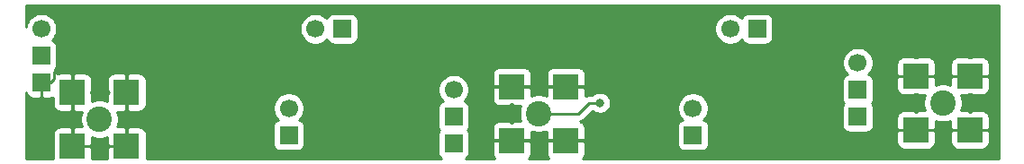
<source format=gbr>
G04 #@! TF.GenerationSoftware,KiCad,Pcbnew,(5.1.4)-1*
G04 #@! TF.CreationDate,2020-05-25T21:58:02+03:00*
G04 #@! TF.ProjectId,naa,6e61612e-6b69-4636-9164-5f7063625858,rev?*
G04 #@! TF.SameCoordinates,Original*
G04 #@! TF.FileFunction,Copper,L2,Bot*
G04 #@! TF.FilePolarity,Positive*
%FSLAX46Y46*%
G04 Gerber Fmt 4.6, Leading zero omitted, Abs format (unit mm)*
G04 Created by KiCad (PCBNEW (5.1.4)-1) date 2020-05-25 21:58:02*
%MOMM*%
%LPD*%
G04 APERTURE LIST*
%ADD10R,1.700000X1.700000*%
%ADD11C,1.700000*%
%ADD12R,2.400000X2.400000*%
%ADD13C,2.400000*%
%ADD14C,0.800000*%
%ADD15C,0.250000*%
G04 APERTURE END LIST*
D10*
X183790000Y-65750000D03*
D11*
X181250000Y-65750000D03*
D12*
X203790000Y-75290000D03*
X198710000Y-75290000D03*
D13*
X201250000Y-72750000D03*
D12*
X203790000Y-70210000D03*
X198710000Y-70210000D03*
X165790000Y-76290000D03*
X160710000Y-76290000D03*
D13*
X163250000Y-73750000D03*
D12*
X165790000Y-71210000D03*
X160710000Y-71210000D03*
D10*
X193250000Y-74040000D03*
X193250000Y-71500000D03*
D11*
X193250000Y-68960000D03*
D10*
X177750000Y-75790000D03*
D11*
X177750000Y-73250000D03*
D10*
X116500000Y-70830000D03*
X116500000Y-68290000D03*
D11*
X116500000Y-65750000D03*
D12*
X124500000Y-76830000D03*
X119420000Y-76830000D03*
D13*
X121960000Y-74290000D03*
D12*
X124500000Y-71750000D03*
X119420000Y-71750000D03*
D10*
X155250000Y-76580000D03*
X155250000Y-74040000D03*
D11*
X155250000Y-71500000D03*
D10*
X139750000Y-75790000D03*
D11*
X139750000Y-73250000D03*
D10*
X144790000Y-65750000D03*
D11*
X142250000Y-65750000D03*
D14*
X196000000Y-77750000D03*
X185750000Y-77750000D03*
X175250000Y-77750000D03*
X168000000Y-77750000D03*
X137250000Y-77750000D03*
X130000000Y-77750000D03*
X147750000Y-77750000D03*
X158000000Y-77750000D03*
X115750000Y-77750000D03*
X132750000Y-69750000D03*
X170250000Y-72000000D03*
X169000000Y-72750000D03*
D15*
X166500000Y-75250000D02*
X166250000Y-75250000D01*
X117350000Y-70830000D02*
X117680000Y-70500000D01*
X116250000Y-70830000D02*
X117350000Y-70830000D01*
X117680000Y-70500000D02*
X117680000Y-69820000D01*
X117680000Y-69820000D02*
X118000000Y-69500000D01*
X118000000Y-69500000D02*
X118500000Y-69500000D01*
X167000000Y-73750000D02*
X163250000Y-73750000D01*
X168000000Y-72750000D02*
X167000000Y-73750000D01*
X169000000Y-72750000D02*
X168000000Y-72750000D01*
G36*
X206475000Y-77975000D02*
G01*
X167384219Y-77975000D01*
X167434080Y-77934080D01*
X167512183Y-77838911D01*
X167570219Y-77730334D01*
X167605957Y-77612521D01*
X167618024Y-77490000D01*
X167615000Y-76471250D01*
X167458750Y-76315000D01*
X165815000Y-76315000D01*
X165815000Y-76335000D01*
X165765000Y-76335000D01*
X165765000Y-76315000D01*
X164121250Y-76315000D01*
X163965000Y-76471250D01*
X163961976Y-77490000D01*
X163974043Y-77612521D01*
X164009781Y-77730334D01*
X164067817Y-77838911D01*
X164145920Y-77934080D01*
X164195781Y-77975000D01*
X162304219Y-77975000D01*
X162354080Y-77934080D01*
X162432183Y-77838911D01*
X162490219Y-77730334D01*
X162525957Y-77612521D01*
X162538024Y-77490000D01*
X162535000Y-76471250D01*
X162378750Y-76315000D01*
X160735000Y-76315000D01*
X160735000Y-76335000D01*
X160685000Y-76335000D01*
X160685000Y-76315000D01*
X159041250Y-76315000D01*
X158885000Y-76471250D01*
X158881976Y-77490000D01*
X158894043Y-77612521D01*
X158929781Y-77730334D01*
X158987817Y-77838911D01*
X159065920Y-77934080D01*
X159115781Y-77975000D01*
X156406224Y-77975000D01*
X156448911Y-77952183D01*
X156544080Y-77874080D01*
X156622183Y-77778911D01*
X156680219Y-77670334D01*
X156715957Y-77552521D01*
X156728024Y-77430000D01*
X156728024Y-75730000D01*
X156715957Y-75607479D01*
X156680219Y-75489666D01*
X156622183Y-75381089D01*
X156563842Y-75310000D01*
X156622183Y-75238911D01*
X156680219Y-75130334D01*
X156715957Y-75012521D01*
X156728024Y-74890000D01*
X156728024Y-73190000D01*
X156715957Y-73067479D01*
X156680219Y-72949666D01*
X156622183Y-72841089D01*
X156544080Y-72745920D01*
X156448911Y-72667817D01*
X156340334Y-72609781D01*
X156252752Y-72583213D01*
X156395707Y-72440258D01*
X156415924Y-72410000D01*
X158881976Y-72410000D01*
X158894043Y-72532521D01*
X158929781Y-72650334D01*
X158987817Y-72758911D01*
X159065920Y-72854080D01*
X159161089Y-72932183D01*
X159269666Y-72990219D01*
X159387479Y-73025957D01*
X159510000Y-73038024D01*
X160528750Y-73035000D01*
X160685000Y-72878750D01*
X160685000Y-72875000D01*
X160735000Y-72875000D01*
X160735000Y-72878750D01*
X160891250Y-73035000D01*
X161569963Y-73037015D01*
X161495134Y-73217667D01*
X161425000Y-73570253D01*
X161425000Y-73929747D01*
X161495134Y-74282333D01*
X161569963Y-74462985D01*
X160891250Y-74465000D01*
X160735000Y-74621250D01*
X160735000Y-74625000D01*
X160685000Y-74625000D01*
X160685000Y-74621250D01*
X160528750Y-74465000D01*
X159510000Y-74461976D01*
X159387479Y-74474043D01*
X159269666Y-74509781D01*
X159161089Y-74567817D01*
X159065920Y-74645920D01*
X158987817Y-74741089D01*
X158929781Y-74849666D01*
X158894043Y-74967479D01*
X158881976Y-75090000D01*
X158885000Y-76108750D01*
X159041250Y-76265000D01*
X160685000Y-76265000D01*
X160685000Y-75875000D01*
X160735000Y-75875000D01*
X160735000Y-76265000D01*
X162378750Y-76265000D01*
X162535000Y-76108750D01*
X162537015Y-75430037D01*
X162717667Y-75504866D01*
X163070253Y-75575000D01*
X163429747Y-75575000D01*
X163782333Y-75504866D01*
X163962985Y-75430037D01*
X163965000Y-76108750D01*
X164121250Y-76265000D01*
X165765000Y-76265000D01*
X165765000Y-76245000D01*
X165815000Y-76245000D01*
X165815000Y-76265000D01*
X167458750Y-76265000D01*
X167615000Y-76108750D01*
X167618024Y-75090000D01*
X167605957Y-74967479D01*
X167597622Y-74940000D01*
X176271976Y-74940000D01*
X176271976Y-76640000D01*
X176284043Y-76762521D01*
X176319781Y-76880334D01*
X176377817Y-76988911D01*
X176455920Y-77084080D01*
X176551089Y-77162183D01*
X176659666Y-77220219D01*
X176777479Y-77255957D01*
X176900000Y-77268024D01*
X178600000Y-77268024D01*
X178722521Y-77255957D01*
X178840334Y-77220219D01*
X178948911Y-77162183D01*
X179044080Y-77084080D01*
X179122183Y-76988911D01*
X179180219Y-76880334D01*
X179215957Y-76762521D01*
X179228024Y-76640000D01*
X179228024Y-76490000D01*
X196881976Y-76490000D01*
X196894043Y-76612521D01*
X196929781Y-76730334D01*
X196987817Y-76838911D01*
X197065920Y-76934080D01*
X197161089Y-77012183D01*
X197269666Y-77070219D01*
X197386708Y-77105723D01*
X197388698Y-77109446D01*
X197404244Y-77128388D01*
X197423186Y-77143934D01*
X197444797Y-77155485D01*
X197468246Y-77162598D01*
X197492632Y-77165000D01*
X199992632Y-77165000D01*
X200017018Y-77162598D01*
X200040467Y-77155485D01*
X200062078Y-77143934D01*
X200081020Y-77128388D01*
X200096566Y-77109446D01*
X200108117Y-77087835D01*
X200109724Y-77082538D01*
X200150334Y-77070219D01*
X200258911Y-77012183D01*
X200354080Y-76934080D01*
X200432183Y-76838911D01*
X200490219Y-76730334D01*
X200525957Y-76612521D01*
X200538024Y-76490000D01*
X201961976Y-76490000D01*
X201974043Y-76612521D01*
X202009781Y-76730334D01*
X202067817Y-76838911D01*
X202145920Y-76934080D01*
X202241089Y-77012183D01*
X202349666Y-77070219D01*
X202374047Y-77077615D01*
X202377147Y-77087835D01*
X202388698Y-77109446D01*
X202404244Y-77128388D01*
X202423186Y-77143934D01*
X202444797Y-77155485D01*
X202468246Y-77162598D01*
X202492632Y-77165000D01*
X204992632Y-77165000D01*
X205017018Y-77162598D01*
X205040467Y-77155485D01*
X205062078Y-77143934D01*
X205081020Y-77128388D01*
X205096566Y-77109446D01*
X205097648Y-77107422D01*
X205112521Y-77105957D01*
X205230334Y-77070219D01*
X205338911Y-77012183D01*
X205434080Y-76934080D01*
X205512183Y-76838911D01*
X205570219Y-76730334D01*
X205605957Y-76612521D01*
X205618024Y-76490000D01*
X205615000Y-75471250D01*
X205458750Y-75315000D01*
X203815000Y-75315000D01*
X203815000Y-75335000D01*
X203765000Y-75335000D01*
X203765000Y-75315000D01*
X202121250Y-75315000D01*
X201965000Y-75471250D01*
X201961976Y-76490000D01*
X200538024Y-76490000D01*
X200535000Y-75471250D01*
X200378750Y-75315000D01*
X198735000Y-75315000D01*
X198735000Y-75335000D01*
X198685000Y-75335000D01*
X198685000Y-75315000D01*
X197041250Y-75315000D01*
X196885000Y-75471250D01*
X196881976Y-76490000D01*
X179228024Y-76490000D01*
X179228024Y-74940000D01*
X179215957Y-74817479D01*
X179180219Y-74699666D01*
X179122183Y-74591089D01*
X179044080Y-74495920D01*
X178948911Y-74417817D01*
X178840334Y-74359781D01*
X178752752Y-74333213D01*
X178895707Y-74190258D01*
X179057128Y-73948675D01*
X179168317Y-73680242D01*
X179225000Y-73395275D01*
X179225000Y-73104725D01*
X179168317Y-72819758D01*
X179057128Y-72551325D01*
X178895707Y-72309742D01*
X178690258Y-72104293D01*
X178448675Y-71942872D01*
X178180242Y-71831683D01*
X177895275Y-71775000D01*
X177604725Y-71775000D01*
X177319758Y-71831683D01*
X177051325Y-71942872D01*
X176809742Y-72104293D01*
X176604293Y-72309742D01*
X176442872Y-72551325D01*
X176331683Y-72819758D01*
X176275000Y-73104725D01*
X176275000Y-73395275D01*
X176331683Y-73680242D01*
X176442872Y-73948675D01*
X176604293Y-74190258D01*
X176747248Y-74333213D01*
X176659666Y-74359781D01*
X176551089Y-74417817D01*
X176455920Y-74495920D01*
X176377817Y-74591089D01*
X176319781Y-74699666D01*
X176284043Y-74817479D01*
X176271976Y-74940000D01*
X167597622Y-74940000D01*
X167570219Y-74849666D01*
X167512183Y-74741089D01*
X167434080Y-74645920D01*
X167338911Y-74567817D01*
X167230334Y-74509781D01*
X167154669Y-74486828D01*
X167288401Y-74446261D01*
X167418693Y-74376619D01*
X167532895Y-74282895D01*
X167556378Y-74254281D01*
X168305545Y-73505115D01*
X168346600Y-73546170D01*
X168514480Y-73658344D01*
X168701018Y-73735610D01*
X168899046Y-73775000D01*
X169100954Y-73775000D01*
X169298982Y-73735610D01*
X169485520Y-73658344D01*
X169653400Y-73546170D01*
X169796170Y-73403400D01*
X169908344Y-73235520D01*
X169985610Y-73048982D01*
X170025000Y-72850954D01*
X170025000Y-72649046D01*
X169985610Y-72451018D01*
X169908344Y-72264480D01*
X169796170Y-72096600D01*
X169653400Y-71953830D01*
X169485520Y-71841656D01*
X169298982Y-71764390D01*
X169100954Y-71725000D01*
X168899046Y-71725000D01*
X168701018Y-71764390D01*
X168514480Y-71841656D01*
X168346600Y-71953830D01*
X168300430Y-72000000D01*
X168036828Y-72000000D01*
X168000000Y-71996373D01*
X167963172Y-72000000D01*
X167963165Y-72000000D01*
X167852974Y-72010853D01*
X167711599Y-72053739D01*
X167617116Y-72104241D01*
X167615000Y-71391250D01*
X167458750Y-71235000D01*
X165815000Y-71235000D01*
X165815000Y-71255000D01*
X165765000Y-71255000D01*
X165765000Y-71235000D01*
X164121250Y-71235000D01*
X163965000Y-71391250D01*
X163962985Y-72069963D01*
X163782333Y-71995134D01*
X163429747Y-71925000D01*
X163070253Y-71925000D01*
X162717667Y-71995134D01*
X162537015Y-72069963D01*
X162535000Y-71391250D01*
X162378750Y-71235000D01*
X160735000Y-71235000D01*
X160735000Y-71625000D01*
X160685000Y-71625000D01*
X160685000Y-71235000D01*
X159041250Y-71235000D01*
X158885000Y-71391250D01*
X158881976Y-72410000D01*
X156415924Y-72410000D01*
X156557128Y-72198675D01*
X156668317Y-71930242D01*
X156725000Y-71645275D01*
X156725000Y-71354725D01*
X156668317Y-71069758D01*
X156557128Y-70801325D01*
X156395707Y-70559742D01*
X156190258Y-70354293D01*
X155948675Y-70192872D01*
X155680242Y-70081683D01*
X155395275Y-70025000D01*
X155104725Y-70025000D01*
X154819758Y-70081683D01*
X154551325Y-70192872D01*
X154309742Y-70354293D01*
X154104293Y-70559742D01*
X153942872Y-70801325D01*
X153831683Y-71069758D01*
X153775000Y-71354725D01*
X153775000Y-71645275D01*
X153831683Y-71930242D01*
X153942872Y-72198675D01*
X154104293Y-72440258D01*
X154247248Y-72583213D01*
X154159666Y-72609781D01*
X154051089Y-72667817D01*
X153955920Y-72745920D01*
X153877817Y-72841089D01*
X153819781Y-72949666D01*
X153784043Y-73067479D01*
X153771976Y-73190000D01*
X153771976Y-74890000D01*
X153784043Y-75012521D01*
X153819781Y-75130334D01*
X153877817Y-75238911D01*
X153936158Y-75310000D01*
X153877817Y-75381089D01*
X153819781Y-75489666D01*
X153784043Y-75607479D01*
X153771976Y-75730000D01*
X153771976Y-77430000D01*
X153784043Y-77552521D01*
X153819781Y-77670334D01*
X153877817Y-77778911D01*
X153955920Y-77874080D01*
X154051089Y-77952183D01*
X154093776Y-77975000D01*
X126375000Y-77975000D01*
X126375000Y-75500000D01*
X126372598Y-75475614D01*
X126365485Y-75452165D01*
X126353934Y-75430554D01*
X126338388Y-75411612D01*
X126319446Y-75396066D01*
X126297835Y-75384515D01*
X126274386Y-75377402D01*
X126273624Y-75377327D01*
X126222183Y-75281089D01*
X126144080Y-75185920D01*
X126048911Y-75107817D01*
X125940334Y-75049781D01*
X125822521Y-75014043D01*
X125700000Y-75001976D01*
X124681250Y-75005000D01*
X124525000Y-75161250D01*
X124525000Y-76805000D01*
X124545000Y-76805000D01*
X124545000Y-76855000D01*
X124525000Y-76855000D01*
X124525000Y-76875000D01*
X124475000Y-76875000D01*
X124475000Y-76855000D01*
X122831250Y-76855000D01*
X122675000Y-77011250D01*
X122672139Y-77975000D01*
X121247861Y-77975000D01*
X121245000Y-77011250D01*
X121088750Y-76855000D01*
X119445000Y-76855000D01*
X119445000Y-76875000D01*
X119395000Y-76875000D01*
X119395000Y-76855000D01*
X118625000Y-76855000D01*
X118625000Y-76805000D01*
X119395000Y-76805000D01*
X119395000Y-75161250D01*
X119238750Y-75005000D01*
X118220000Y-75001976D01*
X118097479Y-75014043D01*
X117979666Y-75049781D01*
X117871089Y-75107817D01*
X117775920Y-75185920D01*
X117697817Y-75281089D01*
X117639781Y-75389666D01*
X117604043Y-75507479D01*
X117591976Y-75630000D01*
X117595000Y-76648750D01*
X117625000Y-76678750D01*
X117625000Y-76981250D01*
X117595000Y-77011250D01*
X117592139Y-77975000D01*
X115025000Y-77975000D01*
X115025000Y-71710704D01*
X115034043Y-71802521D01*
X115069781Y-71920334D01*
X115127817Y-72028911D01*
X115205920Y-72124080D01*
X115301089Y-72202183D01*
X115409666Y-72260219D01*
X115527479Y-72295957D01*
X115650000Y-72308024D01*
X116318750Y-72305000D01*
X116475000Y-72148750D01*
X116475000Y-70855000D01*
X116455000Y-70855000D01*
X116455000Y-70805000D01*
X116475000Y-70805000D01*
X116475000Y-70785000D01*
X116525000Y-70785000D01*
X116525000Y-70805000D01*
X116545000Y-70805000D01*
X116545000Y-70855000D01*
X116525000Y-70855000D01*
X116525000Y-72148750D01*
X116681250Y-72305000D01*
X117350000Y-72308024D01*
X117472521Y-72295957D01*
X117590334Y-72260219D01*
X117594029Y-72258244D01*
X117591976Y-72950000D01*
X117604043Y-73072521D01*
X117639781Y-73190334D01*
X117697817Y-73298911D01*
X117775920Y-73394080D01*
X117871089Y-73472183D01*
X117979666Y-73530219D01*
X118097479Y-73565957D01*
X118220000Y-73578024D01*
X119238750Y-73575000D01*
X119395000Y-73418750D01*
X119395000Y-71775000D01*
X119375000Y-71775000D01*
X119375000Y-71725000D01*
X119395000Y-71725000D01*
X119395000Y-70081250D01*
X119445000Y-70081250D01*
X119445000Y-71725000D01*
X119875000Y-71725000D01*
X119875000Y-71775000D01*
X119445000Y-71775000D01*
X119445000Y-73418750D01*
X119601250Y-73575000D01*
X120279963Y-73577015D01*
X120205134Y-73757667D01*
X120135000Y-74110253D01*
X120135000Y-74469747D01*
X120205134Y-74822333D01*
X120279963Y-75002985D01*
X119601250Y-75005000D01*
X119445000Y-75161250D01*
X119445000Y-76805000D01*
X121088750Y-76805000D01*
X121245000Y-76648750D01*
X121247015Y-75970037D01*
X121427667Y-76044866D01*
X121780253Y-76115000D01*
X122139747Y-76115000D01*
X122492333Y-76044866D01*
X122672985Y-75970037D01*
X122675000Y-76648750D01*
X122831250Y-76805000D01*
X124475000Y-76805000D01*
X124475000Y-75161250D01*
X124318750Y-75005000D01*
X123640037Y-75002985D01*
X123666126Y-74940000D01*
X138271976Y-74940000D01*
X138271976Y-76640000D01*
X138284043Y-76762521D01*
X138319781Y-76880334D01*
X138377817Y-76988911D01*
X138455920Y-77084080D01*
X138551089Y-77162183D01*
X138659666Y-77220219D01*
X138777479Y-77255957D01*
X138900000Y-77268024D01*
X140600000Y-77268024D01*
X140722521Y-77255957D01*
X140840334Y-77220219D01*
X140948911Y-77162183D01*
X141044080Y-77084080D01*
X141122183Y-76988911D01*
X141180219Y-76880334D01*
X141215957Y-76762521D01*
X141228024Y-76640000D01*
X141228024Y-74940000D01*
X141215957Y-74817479D01*
X141180219Y-74699666D01*
X141122183Y-74591089D01*
X141044080Y-74495920D01*
X140948911Y-74417817D01*
X140840334Y-74359781D01*
X140752752Y-74333213D01*
X140895707Y-74190258D01*
X141057128Y-73948675D01*
X141168317Y-73680242D01*
X141225000Y-73395275D01*
X141225000Y-73104725D01*
X141168317Y-72819758D01*
X141057128Y-72551325D01*
X140895707Y-72309742D01*
X140690258Y-72104293D01*
X140448675Y-71942872D01*
X140180242Y-71831683D01*
X139895275Y-71775000D01*
X139604725Y-71775000D01*
X139319758Y-71831683D01*
X139051325Y-71942872D01*
X138809742Y-72104293D01*
X138604293Y-72309742D01*
X138442872Y-72551325D01*
X138331683Y-72819758D01*
X138275000Y-73104725D01*
X138275000Y-73395275D01*
X138331683Y-73680242D01*
X138442872Y-73948675D01*
X138604293Y-74190258D01*
X138747248Y-74333213D01*
X138659666Y-74359781D01*
X138551089Y-74417817D01*
X138455920Y-74495920D01*
X138377817Y-74591089D01*
X138319781Y-74699666D01*
X138284043Y-74817479D01*
X138271976Y-74940000D01*
X123666126Y-74940000D01*
X123714866Y-74822333D01*
X123785000Y-74469747D01*
X123785000Y-74110253D01*
X123714866Y-73757667D01*
X123640037Y-73577015D01*
X124318750Y-73575000D01*
X124475000Y-73418750D01*
X124475000Y-71775000D01*
X124125000Y-71775000D01*
X124125000Y-71725000D01*
X124475000Y-71725000D01*
X124475000Y-70081250D01*
X124525000Y-70081250D01*
X124525000Y-71725000D01*
X124545000Y-71725000D01*
X124545000Y-71775000D01*
X124525000Y-71775000D01*
X124525000Y-73418750D01*
X124681250Y-73575000D01*
X125700000Y-73578024D01*
X125822521Y-73565957D01*
X125940334Y-73530219D01*
X126048911Y-73472183D01*
X126144080Y-73394080D01*
X126222183Y-73298911D01*
X126280219Y-73190334D01*
X126303909Y-73112239D01*
X126319446Y-73103934D01*
X126338388Y-73088388D01*
X126353934Y-73069446D01*
X126365485Y-73047835D01*
X126372598Y-73024386D01*
X126375000Y-73000000D01*
X126375000Y-70500000D01*
X126372598Y-70475614D01*
X126365485Y-70452165D01*
X126353934Y-70430554D01*
X126338388Y-70411612D01*
X126319446Y-70396066D01*
X126303909Y-70387761D01*
X126280219Y-70309666D01*
X126222183Y-70201089D01*
X126144080Y-70105920D01*
X126048911Y-70027817D01*
X126015578Y-70010000D01*
X158881976Y-70010000D01*
X158885000Y-71028750D01*
X159041250Y-71185000D01*
X160685000Y-71185000D01*
X160685000Y-71165000D01*
X160735000Y-71165000D01*
X160735000Y-71185000D01*
X162378750Y-71185000D01*
X162535000Y-71028750D01*
X162538024Y-70010000D01*
X163961976Y-70010000D01*
X163965000Y-71028750D01*
X164121250Y-71185000D01*
X165765000Y-71185000D01*
X165765000Y-71165000D01*
X165815000Y-71165000D01*
X165815000Y-71185000D01*
X167458750Y-71185000D01*
X167615000Y-71028750D01*
X167616124Y-70650000D01*
X191771976Y-70650000D01*
X191771976Y-72350000D01*
X191784043Y-72472521D01*
X191819781Y-72590334D01*
X191877817Y-72698911D01*
X191936158Y-72770000D01*
X191877817Y-72841089D01*
X191819781Y-72949666D01*
X191784043Y-73067479D01*
X191771976Y-73190000D01*
X191771976Y-74890000D01*
X191784043Y-75012521D01*
X191819781Y-75130334D01*
X191877817Y-75238911D01*
X191955920Y-75334080D01*
X192051089Y-75412183D01*
X192159666Y-75470219D01*
X192277479Y-75505957D01*
X192400000Y-75518024D01*
X194100000Y-75518024D01*
X194222521Y-75505957D01*
X194340334Y-75470219D01*
X194448911Y-75412183D01*
X194544080Y-75334080D01*
X194622183Y-75238911D01*
X194680219Y-75130334D01*
X194715957Y-75012521D01*
X194728024Y-74890000D01*
X194728024Y-73190000D01*
X194715957Y-73067479D01*
X194680219Y-72949666D01*
X194622183Y-72841089D01*
X194563842Y-72770000D01*
X194622183Y-72698911D01*
X194680219Y-72590334D01*
X194715957Y-72472521D01*
X194728024Y-72350000D01*
X194728024Y-71410000D01*
X196881976Y-71410000D01*
X196894043Y-71532521D01*
X196929781Y-71650334D01*
X196987817Y-71758911D01*
X197065920Y-71854080D01*
X197161089Y-71932183D01*
X197269666Y-71990219D01*
X197387479Y-72025957D01*
X197510000Y-72038024D01*
X198528750Y-72035000D01*
X198648750Y-71915000D01*
X198771250Y-71915000D01*
X198891250Y-72035000D01*
X199569963Y-72037015D01*
X199495134Y-72217667D01*
X199425000Y-72570253D01*
X199425000Y-72929747D01*
X199495134Y-73282333D01*
X199569963Y-73462985D01*
X198891250Y-73465000D01*
X198735000Y-73621250D01*
X198735000Y-73625000D01*
X198685000Y-73625000D01*
X198685000Y-73621250D01*
X198528750Y-73465000D01*
X197510000Y-73461976D01*
X197387479Y-73474043D01*
X197269666Y-73509781D01*
X197161089Y-73567817D01*
X197065920Y-73645920D01*
X196987817Y-73741089D01*
X196929781Y-73849666D01*
X196894043Y-73967479D01*
X196881976Y-74090000D01*
X196885000Y-75108750D01*
X197041250Y-75265000D01*
X198685000Y-75265000D01*
X198685000Y-74875000D01*
X198735000Y-74875000D01*
X198735000Y-75265000D01*
X200378750Y-75265000D01*
X200535000Y-75108750D01*
X200537015Y-74430037D01*
X200717667Y-74504866D01*
X201070253Y-74575000D01*
X201429747Y-74575000D01*
X201782333Y-74504866D01*
X201962985Y-74430037D01*
X201965000Y-75108750D01*
X202121250Y-75265000D01*
X203765000Y-75265000D01*
X203765000Y-74875000D01*
X203815000Y-74875000D01*
X203815000Y-75265000D01*
X205458750Y-75265000D01*
X205615000Y-75108750D01*
X205618024Y-74090000D01*
X205605957Y-73967479D01*
X205570219Y-73849666D01*
X205512183Y-73741089D01*
X205434080Y-73645920D01*
X205338911Y-73567817D01*
X205230334Y-73509781D01*
X205112521Y-73474043D01*
X204990000Y-73461976D01*
X203971250Y-73465000D01*
X203815000Y-73621250D01*
X203815000Y-73625000D01*
X203765000Y-73625000D01*
X203765000Y-73621250D01*
X203608750Y-73465000D01*
X202930037Y-73462985D01*
X203004866Y-73282333D01*
X203075000Y-72929747D01*
X203075000Y-72570253D01*
X203004866Y-72217667D01*
X202930037Y-72037015D01*
X203608750Y-72035000D01*
X203728750Y-71915000D01*
X203851250Y-71915000D01*
X203971250Y-72035000D01*
X204990000Y-72038024D01*
X205112521Y-72025957D01*
X205230334Y-71990219D01*
X205338911Y-71932183D01*
X205434080Y-71854080D01*
X205512183Y-71758911D01*
X205570219Y-71650334D01*
X205605957Y-71532521D01*
X205618024Y-71410000D01*
X205615000Y-70391250D01*
X205458750Y-70235000D01*
X203815000Y-70235000D01*
X203815000Y-70665000D01*
X203765000Y-70665000D01*
X203765000Y-70235000D01*
X202121250Y-70235000D01*
X201965000Y-70391250D01*
X201962985Y-71069963D01*
X201782333Y-70995134D01*
X201429747Y-70925000D01*
X201070253Y-70925000D01*
X200717667Y-70995134D01*
X200537015Y-71069963D01*
X200535000Y-70391250D01*
X200378750Y-70235000D01*
X198735000Y-70235000D01*
X198735000Y-70665000D01*
X198685000Y-70665000D01*
X198685000Y-70235000D01*
X197041250Y-70235000D01*
X196885000Y-70391250D01*
X196881976Y-71410000D01*
X194728024Y-71410000D01*
X194728024Y-70650000D01*
X194715957Y-70527479D01*
X194680219Y-70409666D01*
X194622183Y-70301089D01*
X194544080Y-70205920D01*
X194448911Y-70127817D01*
X194340334Y-70069781D01*
X194252752Y-70043213D01*
X194395707Y-69900258D01*
X194557128Y-69658675D01*
X194668317Y-69390242D01*
X194725000Y-69105275D01*
X194725000Y-69010000D01*
X196881976Y-69010000D01*
X196885000Y-70028750D01*
X197041250Y-70185000D01*
X198685000Y-70185000D01*
X198685000Y-69665000D01*
X198735000Y-69665000D01*
X198735000Y-70185000D01*
X200378750Y-70185000D01*
X200535000Y-70028750D01*
X200538024Y-69010000D01*
X201961976Y-69010000D01*
X201965000Y-70028750D01*
X202121250Y-70185000D01*
X203765000Y-70185000D01*
X203765000Y-69665000D01*
X203815000Y-69665000D01*
X203815000Y-70185000D01*
X205458750Y-70185000D01*
X205615000Y-70028750D01*
X205618024Y-69010000D01*
X205605957Y-68887479D01*
X205570219Y-68769666D01*
X205512183Y-68661089D01*
X205434080Y-68565920D01*
X205338911Y-68487817D01*
X205230334Y-68429781D01*
X205112521Y-68394043D01*
X204990000Y-68381976D01*
X203971250Y-68385000D01*
X203941250Y-68415000D01*
X203638750Y-68415000D01*
X203608750Y-68385000D01*
X202590000Y-68381976D01*
X202467479Y-68394043D01*
X202349666Y-68429781D01*
X202241089Y-68487817D01*
X202145920Y-68565920D01*
X202067817Y-68661089D01*
X202009781Y-68769666D01*
X201974043Y-68887479D01*
X201961976Y-69010000D01*
X200538024Y-69010000D01*
X200525957Y-68887479D01*
X200490219Y-68769666D01*
X200432183Y-68661089D01*
X200354080Y-68565920D01*
X200258911Y-68487817D01*
X200150334Y-68429781D01*
X200032521Y-68394043D01*
X199910000Y-68381976D01*
X198891250Y-68385000D01*
X198861250Y-68415000D01*
X198558750Y-68415000D01*
X198528750Y-68385000D01*
X197510000Y-68381976D01*
X197387479Y-68394043D01*
X197269666Y-68429781D01*
X197161089Y-68487817D01*
X197065920Y-68565920D01*
X196987817Y-68661089D01*
X196929781Y-68769666D01*
X196894043Y-68887479D01*
X196881976Y-69010000D01*
X194725000Y-69010000D01*
X194725000Y-68814725D01*
X194668317Y-68529758D01*
X194557128Y-68261325D01*
X194395707Y-68019742D01*
X194190258Y-67814293D01*
X193948675Y-67652872D01*
X193680242Y-67541683D01*
X193395275Y-67485000D01*
X193104725Y-67485000D01*
X192819758Y-67541683D01*
X192551325Y-67652872D01*
X192309742Y-67814293D01*
X192104293Y-68019742D01*
X191942872Y-68261325D01*
X191831683Y-68529758D01*
X191775000Y-68814725D01*
X191775000Y-69105275D01*
X191831683Y-69390242D01*
X191942872Y-69658675D01*
X192104293Y-69900258D01*
X192247248Y-70043213D01*
X192159666Y-70069781D01*
X192051089Y-70127817D01*
X191955920Y-70205920D01*
X191877817Y-70301089D01*
X191819781Y-70409666D01*
X191784043Y-70527479D01*
X191771976Y-70650000D01*
X167616124Y-70650000D01*
X167618024Y-70010000D01*
X167605957Y-69887479D01*
X167570219Y-69769666D01*
X167512183Y-69661089D01*
X167434080Y-69565920D01*
X167338911Y-69487817D01*
X167230334Y-69429781D01*
X167112521Y-69394043D01*
X167055076Y-69388385D01*
X167047835Y-69384515D01*
X167024386Y-69377402D01*
X167000000Y-69375000D01*
X164500000Y-69375000D01*
X164475614Y-69377402D01*
X164452165Y-69384515D01*
X164430554Y-69396066D01*
X164412814Y-69410625D01*
X164349666Y-69429781D01*
X164241089Y-69487817D01*
X164145920Y-69565920D01*
X164067817Y-69661089D01*
X164009781Y-69769666D01*
X163974043Y-69887479D01*
X163961976Y-70010000D01*
X162538024Y-70010000D01*
X162525957Y-69887479D01*
X162490219Y-69769666D01*
X162432183Y-69661089D01*
X162354080Y-69565920D01*
X162258911Y-69487817D01*
X162150334Y-69429781D01*
X162032521Y-69394043D01*
X161997185Y-69390563D01*
X161985870Y-69384515D01*
X161962421Y-69377402D01*
X161938035Y-69375000D01*
X159438035Y-69375000D01*
X159413649Y-69377402D01*
X159390200Y-69384515D01*
X159368589Y-69396066D01*
X159361424Y-69401947D01*
X159269666Y-69429781D01*
X159161089Y-69487817D01*
X159065920Y-69565920D01*
X158987817Y-69661089D01*
X158929781Y-69769666D01*
X158894043Y-69887479D01*
X158881976Y-70010000D01*
X126015578Y-70010000D01*
X125940334Y-69969781D01*
X125822521Y-69934043D01*
X125700000Y-69921976D01*
X124681250Y-69925000D01*
X124525000Y-70081250D01*
X124475000Y-70081250D01*
X124318750Y-69925000D01*
X123300000Y-69921976D01*
X123177479Y-69934043D01*
X123059666Y-69969781D01*
X122951089Y-70027817D01*
X122855920Y-70105920D01*
X122777817Y-70201089D01*
X122719781Y-70309666D01*
X122684043Y-70427479D01*
X122671976Y-70550000D01*
X122675000Y-71568750D01*
X122831250Y-71725000D01*
X122875000Y-71725000D01*
X122875000Y-71775000D01*
X122831250Y-71775000D01*
X122675000Y-71931250D01*
X122672985Y-72609963D01*
X122492333Y-72535134D01*
X122139747Y-72465000D01*
X121780253Y-72465000D01*
X121427667Y-72535134D01*
X121247015Y-72609963D01*
X121245000Y-71931250D01*
X121125000Y-71811250D01*
X121125000Y-71688750D01*
X121245000Y-71568750D01*
X121248024Y-70550000D01*
X121235957Y-70427479D01*
X121200219Y-70309666D01*
X121142183Y-70201089D01*
X121064080Y-70105920D01*
X120968911Y-70027817D01*
X120860334Y-69969781D01*
X120742521Y-69934043D01*
X120620000Y-69921976D01*
X119601250Y-69925000D01*
X119445000Y-70081250D01*
X119395000Y-70081250D01*
X119238750Y-69925000D01*
X118220000Y-69921976D01*
X118097479Y-69934043D01*
X117979666Y-69969781D01*
X117977150Y-69971126D01*
X117965957Y-69857479D01*
X117930219Y-69739666D01*
X117872183Y-69631089D01*
X117813842Y-69560000D01*
X117872183Y-69488911D01*
X117930219Y-69380334D01*
X117965957Y-69262521D01*
X117978024Y-69140000D01*
X117978024Y-67440000D01*
X117965957Y-67317479D01*
X117930219Y-67199666D01*
X117872183Y-67091089D01*
X117794080Y-66995920D01*
X117698911Y-66917817D01*
X117590334Y-66859781D01*
X117502752Y-66833213D01*
X117645707Y-66690258D01*
X117807128Y-66448675D01*
X117918317Y-66180242D01*
X117975000Y-65895275D01*
X117975000Y-65604725D01*
X140775000Y-65604725D01*
X140775000Y-65895275D01*
X140831683Y-66180242D01*
X140942872Y-66448675D01*
X141104293Y-66690258D01*
X141309742Y-66895707D01*
X141551325Y-67057128D01*
X141819758Y-67168317D01*
X142104725Y-67225000D01*
X142395275Y-67225000D01*
X142680242Y-67168317D01*
X142948675Y-67057128D01*
X143190258Y-66895707D01*
X143333213Y-66752752D01*
X143359781Y-66840334D01*
X143417817Y-66948911D01*
X143495920Y-67044080D01*
X143591089Y-67122183D01*
X143699666Y-67180219D01*
X143817479Y-67215957D01*
X143940000Y-67228024D01*
X145640000Y-67228024D01*
X145762521Y-67215957D01*
X145880334Y-67180219D01*
X145988911Y-67122183D01*
X146084080Y-67044080D01*
X146162183Y-66948911D01*
X146220219Y-66840334D01*
X146255957Y-66722521D01*
X146268024Y-66600000D01*
X146268024Y-65604725D01*
X179775000Y-65604725D01*
X179775000Y-65895275D01*
X179831683Y-66180242D01*
X179942872Y-66448675D01*
X180104293Y-66690258D01*
X180309742Y-66895707D01*
X180551325Y-67057128D01*
X180819758Y-67168317D01*
X181104725Y-67225000D01*
X181395275Y-67225000D01*
X181680242Y-67168317D01*
X181948675Y-67057128D01*
X182190258Y-66895707D01*
X182333213Y-66752752D01*
X182359781Y-66840334D01*
X182417817Y-66948911D01*
X182495920Y-67044080D01*
X182591089Y-67122183D01*
X182699666Y-67180219D01*
X182817479Y-67215957D01*
X182940000Y-67228024D01*
X184640000Y-67228024D01*
X184762521Y-67215957D01*
X184880334Y-67180219D01*
X184988911Y-67122183D01*
X185084080Y-67044080D01*
X185162183Y-66948911D01*
X185220219Y-66840334D01*
X185255957Y-66722521D01*
X185268024Y-66600000D01*
X185268024Y-64900000D01*
X185255957Y-64777479D01*
X185220219Y-64659666D01*
X185162183Y-64551089D01*
X185084080Y-64455920D01*
X184988911Y-64377817D01*
X184880334Y-64319781D01*
X184762521Y-64284043D01*
X184640000Y-64271976D01*
X182940000Y-64271976D01*
X182817479Y-64284043D01*
X182699666Y-64319781D01*
X182591089Y-64377817D01*
X182495920Y-64455920D01*
X182417817Y-64551089D01*
X182359781Y-64659666D01*
X182333213Y-64747248D01*
X182190258Y-64604293D01*
X181948675Y-64442872D01*
X181680242Y-64331683D01*
X181395275Y-64275000D01*
X181104725Y-64275000D01*
X180819758Y-64331683D01*
X180551325Y-64442872D01*
X180309742Y-64604293D01*
X180104293Y-64809742D01*
X179942872Y-65051325D01*
X179831683Y-65319758D01*
X179775000Y-65604725D01*
X146268024Y-65604725D01*
X146268024Y-64900000D01*
X146255957Y-64777479D01*
X146220219Y-64659666D01*
X146162183Y-64551089D01*
X146084080Y-64455920D01*
X145988911Y-64377817D01*
X145880334Y-64319781D01*
X145762521Y-64284043D01*
X145640000Y-64271976D01*
X143940000Y-64271976D01*
X143817479Y-64284043D01*
X143699666Y-64319781D01*
X143591089Y-64377817D01*
X143495920Y-64455920D01*
X143417817Y-64551089D01*
X143359781Y-64659666D01*
X143333213Y-64747248D01*
X143190258Y-64604293D01*
X142948675Y-64442872D01*
X142680242Y-64331683D01*
X142395275Y-64275000D01*
X142104725Y-64275000D01*
X141819758Y-64331683D01*
X141551325Y-64442872D01*
X141309742Y-64604293D01*
X141104293Y-64809742D01*
X140942872Y-65051325D01*
X140831683Y-65319758D01*
X140775000Y-65604725D01*
X117975000Y-65604725D01*
X117918317Y-65319758D01*
X117807128Y-65051325D01*
X117645707Y-64809742D01*
X117440258Y-64604293D01*
X117198675Y-64442872D01*
X116930242Y-64331683D01*
X116645275Y-64275000D01*
X116354725Y-64275000D01*
X116069758Y-64331683D01*
X115801325Y-64442872D01*
X115559742Y-64604293D01*
X115354293Y-64809742D01*
X115192872Y-65051325D01*
X115081683Y-65319758D01*
X115025000Y-65604725D01*
X115025000Y-63525000D01*
X206475001Y-63525000D01*
X206475000Y-77975000D01*
X206475000Y-77975000D01*
G37*
X206475000Y-77975000D02*
X167384219Y-77975000D01*
X167434080Y-77934080D01*
X167512183Y-77838911D01*
X167570219Y-77730334D01*
X167605957Y-77612521D01*
X167618024Y-77490000D01*
X167615000Y-76471250D01*
X167458750Y-76315000D01*
X165815000Y-76315000D01*
X165815000Y-76335000D01*
X165765000Y-76335000D01*
X165765000Y-76315000D01*
X164121250Y-76315000D01*
X163965000Y-76471250D01*
X163961976Y-77490000D01*
X163974043Y-77612521D01*
X164009781Y-77730334D01*
X164067817Y-77838911D01*
X164145920Y-77934080D01*
X164195781Y-77975000D01*
X162304219Y-77975000D01*
X162354080Y-77934080D01*
X162432183Y-77838911D01*
X162490219Y-77730334D01*
X162525957Y-77612521D01*
X162538024Y-77490000D01*
X162535000Y-76471250D01*
X162378750Y-76315000D01*
X160735000Y-76315000D01*
X160735000Y-76335000D01*
X160685000Y-76335000D01*
X160685000Y-76315000D01*
X159041250Y-76315000D01*
X158885000Y-76471250D01*
X158881976Y-77490000D01*
X158894043Y-77612521D01*
X158929781Y-77730334D01*
X158987817Y-77838911D01*
X159065920Y-77934080D01*
X159115781Y-77975000D01*
X156406224Y-77975000D01*
X156448911Y-77952183D01*
X156544080Y-77874080D01*
X156622183Y-77778911D01*
X156680219Y-77670334D01*
X156715957Y-77552521D01*
X156728024Y-77430000D01*
X156728024Y-75730000D01*
X156715957Y-75607479D01*
X156680219Y-75489666D01*
X156622183Y-75381089D01*
X156563842Y-75310000D01*
X156622183Y-75238911D01*
X156680219Y-75130334D01*
X156715957Y-75012521D01*
X156728024Y-74890000D01*
X156728024Y-73190000D01*
X156715957Y-73067479D01*
X156680219Y-72949666D01*
X156622183Y-72841089D01*
X156544080Y-72745920D01*
X156448911Y-72667817D01*
X156340334Y-72609781D01*
X156252752Y-72583213D01*
X156395707Y-72440258D01*
X156415924Y-72410000D01*
X158881976Y-72410000D01*
X158894043Y-72532521D01*
X158929781Y-72650334D01*
X158987817Y-72758911D01*
X159065920Y-72854080D01*
X159161089Y-72932183D01*
X159269666Y-72990219D01*
X159387479Y-73025957D01*
X159510000Y-73038024D01*
X160528750Y-73035000D01*
X160685000Y-72878750D01*
X160685000Y-72875000D01*
X160735000Y-72875000D01*
X160735000Y-72878750D01*
X160891250Y-73035000D01*
X161569963Y-73037015D01*
X161495134Y-73217667D01*
X161425000Y-73570253D01*
X161425000Y-73929747D01*
X161495134Y-74282333D01*
X161569963Y-74462985D01*
X160891250Y-74465000D01*
X160735000Y-74621250D01*
X160735000Y-74625000D01*
X160685000Y-74625000D01*
X160685000Y-74621250D01*
X160528750Y-74465000D01*
X159510000Y-74461976D01*
X159387479Y-74474043D01*
X159269666Y-74509781D01*
X159161089Y-74567817D01*
X159065920Y-74645920D01*
X158987817Y-74741089D01*
X158929781Y-74849666D01*
X158894043Y-74967479D01*
X158881976Y-75090000D01*
X158885000Y-76108750D01*
X159041250Y-76265000D01*
X160685000Y-76265000D01*
X160685000Y-75875000D01*
X160735000Y-75875000D01*
X160735000Y-76265000D01*
X162378750Y-76265000D01*
X162535000Y-76108750D01*
X162537015Y-75430037D01*
X162717667Y-75504866D01*
X163070253Y-75575000D01*
X163429747Y-75575000D01*
X163782333Y-75504866D01*
X163962985Y-75430037D01*
X163965000Y-76108750D01*
X164121250Y-76265000D01*
X165765000Y-76265000D01*
X165765000Y-76245000D01*
X165815000Y-76245000D01*
X165815000Y-76265000D01*
X167458750Y-76265000D01*
X167615000Y-76108750D01*
X167618024Y-75090000D01*
X167605957Y-74967479D01*
X167597622Y-74940000D01*
X176271976Y-74940000D01*
X176271976Y-76640000D01*
X176284043Y-76762521D01*
X176319781Y-76880334D01*
X176377817Y-76988911D01*
X176455920Y-77084080D01*
X176551089Y-77162183D01*
X176659666Y-77220219D01*
X176777479Y-77255957D01*
X176900000Y-77268024D01*
X178600000Y-77268024D01*
X178722521Y-77255957D01*
X178840334Y-77220219D01*
X178948911Y-77162183D01*
X179044080Y-77084080D01*
X179122183Y-76988911D01*
X179180219Y-76880334D01*
X179215957Y-76762521D01*
X179228024Y-76640000D01*
X179228024Y-76490000D01*
X196881976Y-76490000D01*
X196894043Y-76612521D01*
X196929781Y-76730334D01*
X196987817Y-76838911D01*
X197065920Y-76934080D01*
X197161089Y-77012183D01*
X197269666Y-77070219D01*
X197386708Y-77105723D01*
X197388698Y-77109446D01*
X197404244Y-77128388D01*
X197423186Y-77143934D01*
X197444797Y-77155485D01*
X197468246Y-77162598D01*
X197492632Y-77165000D01*
X199992632Y-77165000D01*
X200017018Y-77162598D01*
X200040467Y-77155485D01*
X200062078Y-77143934D01*
X200081020Y-77128388D01*
X200096566Y-77109446D01*
X200108117Y-77087835D01*
X200109724Y-77082538D01*
X200150334Y-77070219D01*
X200258911Y-77012183D01*
X200354080Y-76934080D01*
X200432183Y-76838911D01*
X200490219Y-76730334D01*
X200525957Y-76612521D01*
X200538024Y-76490000D01*
X201961976Y-76490000D01*
X201974043Y-76612521D01*
X202009781Y-76730334D01*
X202067817Y-76838911D01*
X202145920Y-76934080D01*
X202241089Y-77012183D01*
X202349666Y-77070219D01*
X202374047Y-77077615D01*
X202377147Y-77087835D01*
X202388698Y-77109446D01*
X202404244Y-77128388D01*
X202423186Y-77143934D01*
X202444797Y-77155485D01*
X202468246Y-77162598D01*
X202492632Y-77165000D01*
X204992632Y-77165000D01*
X205017018Y-77162598D01*
X205040467Y-77155485D01*
X205062078Y-77143934D01*
X205081020Y-77128388D01*
X205096566Y-77109446D01*
X205097648Y-77107422D01*
X205112521Y-77105957D01*
X205230334Y-77070219D01*
X205338911Y-77012183D01*
X205434080Y-76934080D01*
X205512183Y-76838911D01*
X205570219Y-76730334D01*
X205605957Y-76612521D01*
X205618024Y-76490000D01*
X205615000Y-75471250D01*
X205458750Y-75315000D01*
X203815000Y-75315000D01*
X203815000Y-75335000D01*
X203765000Y-75335000D01*
X203765000Y-75315000D01*
X202121250Y-75315000D01*
X201965000Y-75471250D01*
X201961976Y-76490000D01*
X200538024Y-76490000D01*
X200535000Y-75471250D01*
X200378750Y-75315000D01*
X198735000Y-75315000D01*
X198735000Y-75335000D01*
X198685000Y-75335000D01*
X198685000Y-75315000D01*
X197041250Y-75315000D01*
X196885000Y-75471250D01*
X196881976Y-76490000D01*
X179228024Y-76490000D01*
X179228024Y-74940000D01*
X179215957Y-74817479D01*
X179180219Y-74699666D01*
X179122183Y-74591089D01*
X179044080Y-74495920D01*
X178948911Y-74417817D01*
X178840334Y-74359781D01*
X178752752Y-74333213D01*
X178895707Y-74190258D01*
X179057128Y-73948675D01*
X179168317Y-73680242D01*
X179225000Y-73395275D01*
X179225000Y-73104725D01*
X179168317Y-72819758D01*
X179057128Y-72551325D01*
X178895707Y-72309742D01*
X178690258Y-72104293D01*
X178448675Y-71942872D01*
X178180242Y-71831683D01*
X177895275Y-71775000D01*
X177604725Y-71775000D01*
X177319758Y-71831683D01*
X177051325Y-71942872D01*
X176809742Y-72104293D01*
X176604293Y-72309742D01*
X176442872Y-72551325D01*
X176331683Y-72819758D01*
X176275000Y-73104725D01*
X176275000Y-73395275D01*
X176331683Y-73680242D01*
X176442872Y-73948675D01*
X176604293Y-74190258D01*
X176747248Y-74333213D01*
X176659666Y-74359781D01*
X176551089Y-74417817D01*
X176455920Y-74495920D01*
X176377817Y-74591089D01*
X176319781Y-74699666D01*
X176284043Y-74817479D01*
X176271976Y-74940000D01*
X167597622Y-74940000D01*
X167570219Y-74849666D01*
X167512183Y-74741089D01*
X167434080Y-74645920D01*
X167338911Y-74567817D01*
X167230334Y-74509781D01*
X167154669Y-74486828D01*
X167288401Y-74446261D01*
X167418693Y-74376619D01*
X167532895Y-74282895D01*
X167556378Y-74254281D01*
X168305545Y-73505115D01*
X168346600Y-73546170D01*
X168514480Y-73658344D01*
X168701018Y-73735610D01*
X168899046Y-73775000D01*
X169100954Y-73775000D01*
X169298982Y-73735610D01*
X169485520Y-73658344D01*
X169653400Y-73546170D01*
X169796170Y-73403400D01*
X169908344Y-73235520D01*
X169985610Y-73048982D01*
X170025000Y-72850954D01*
X170025000Y-72649046D01*
X169985610Y-72451018D01*
X169908344Y-72264480D01*
X169796170Y-72096600D01*
X169653400Y-71953830D01*
X169485520Y-71841656D01*
X169298982Y-71764390D01*
X169100954Y-71725000D01*
X168899046Y-71725000D01*
X168701018Y-71764390D01*
X168514480Y-71841656D01*
X168346600Y-71953830D01*
X168300430Y-72000000D01*
X168036828Y-72000000D01*
X168000000Y-71996373D01*
X167963172Y-72000000D01*
X167963165Y-72000000D01*
X167852974Y-72010853D01*
X167711599Y-72053739D01*
X167617116Y-72104241D01*
X167615000Y-71391250D01*
X167458750Y-71235000D01*
X165815000Y-71235000D01*
X165815000Y-71255000D01*
X165765000Y-71255000D01*
X165765000Y-71235000D01*
X164121250Y-71235000D01*
X163965000Y-71391250D01*
X163962985Y-72069963D01*
X163782333Y-71995134D01*
X163429747Y-71925000D01*
X163070253Y-71925000D01*
X162717667Y-71995134D01*
X162537015Y-72069963D01*
X162535000Y-71391250D01*
X162378750Y-71235000D01*
X160735000Y-71235000D01*
X160735000Y-71625000D01*
X160685000Y-71625000D01*
X160685000Y-71235000D01*
X159041250Y-71235000D01*
X158885000Y-71391250D01*
X158881976Y-72410000D01*
X156415924Y-72410000D01*
X156557128Y-72198675D01*
X156668317Y-71930242D01*
X156725000Y-71645275D01*
X156725000Y-71354725D01*
X156668317Y-71069758D01*
X156557128Y-70801325D01*
X156395707Y-70559742D01*
X156190258Y-70354293D01*
X155948675Y-70192872D01*
X155680242Y-70081683D01*
X155395275Y-70025000D01*
X155104725Y-70025000D01*
X154819758Y-70081683D01*
X154551325Y-70192872D01*
X154309742Y-70354293D01*
X154104293Y-70559742D01*
X153942872Y-70801325D01*
X153831683Y-71069758D01*
X153775000Y-71354725D01*
X153775000Y-71645275D01*
X153831683Y-71930242D01*
X153942872Y-72198675D01*
X154104293Y-72440258D01*
X154247248Y-72583213D01*
X154159666Y-72609781D01*
X154051089Y-72667817D01*
X153955920Y-72745920D01*
X153877817Y-72841089D01*
X153819781Y-72949666D01*
X153784043Y-73067479D01*
X153771976Y-73190000D01*
X153771976Y-74890000D01*
X153784043Y-75012521D01*
X153819781Y-75130334D01*
X153877817Y-75238911D01*
X153936158Y-75310000D01*
X153877817Y-75381089D01*
X153819781Y-75489666D01*
X153784043Y-75607479D01*
X153771976Y-75730000D01*
X153771976Y-77430000D01*
X153784043Y-77552521D01*
X153819781Y-77670334D01*
X153877817Y-77778911D01*
X153955920Y-77874080D01*
X154051089Y-77952183D01*
X154093776Y-77975000D01*
X126375000Y-77975000D01*
X126375000Y-75500000D01*
X126372598Y-75475614D01*
X126365485Y-75452165D01*
X126353934Y-75430554D01*
X126338388Y-75411612D01*
X126319446Y-75396066D01*
X126297835Y-75384515D01*
X126274386Y-75377402D01*
X126273624Y-75377327D01*
X126222183Y-75281089D01*
X126144080Y-75185920D01*
X126048911Y-75107817D01*
X125940334Y-75049781D01*
X125822521Y-75014043D01*
X125700000Y-75001976D01*
X124681250Y-75005000D01*
X124525000Y-75161250D01*
X124525000Y-76805000D01*
X124545000Y-76805000D01*
X124545000Y-76855000D01*
X124525000Y-76855000D01*
X124525000Y-76875000D01*
X124475000Y-76875000D01*
X124475000Y-76855000D01*
X122831250Y-76855000D01*
X122675000Y-77011250D01*
X122672139Y-77975000D01*
X121247861Y-77975000D01*
X121245000Y-77011250D01*
X121088750Y-76855000D01*
X119445000Y-76855000D01*
X119445000Y-76875000D01*
X119395000Y-76875000D01*
X119395000Y-76855000D01*
X118625000Y-76855000D01*
X118625000Y-76805000D01*
X119395000Y-76805000D01*
X119395000Y-75161250D01*
X119238750Y-75005000D01*
X118220000Y-75001976D01*
X118097479Y-75014043D01*
X117979666Y-75049781D01*
X117871089Y-75107817D01*
X117775920Y-75185920D01*
X117697817Y-75281089D01*
X117639781Y-75389666D01*
X117604043Y-75507479D01*
X117591976Y-75630000D01*
X117595000Y-76648750D01*
X117625000Y-76678750D01*
X117625000Y-76981250D01*
X117595000Y-77011250D01*
X117592139Y-77975000D01*
X115025000Y-77975000D01*
X115025000Y-71710704D01*
X115034043Y-71802521D01*
X115069781Y-71920334D01*
X115127817Y-72028911D01*
X115205920Y-72124080D01*
X115301089Y-72202183D01*
X115409666Y-72260219D01*
X115527479Y-72295957D01*
X115650000Y-72308024D01*
X116318750Y-72305000D01*
X116475000Y-72148750D01*
X116475000Y-70855000D01*
X116455000Y-70855000D01*
X116455000Y-70805000D01*
X116475000Y-70805000D01*
X116475000Y-70785000D01*
X116525000Y-70785000D01*
X116525000Y-70805000D01*
X116545000Y-70805000D01*
X116545000Y-70855000D01*
X116525000Y-70855000D01*
X116525000Y-72148750D01*
X116681250Y-72305000D01*
X117350000Y-72308024D01*
X117472521Y-72295957D01*
X117590334Y-72260219D01*
X117594029Y-72258244D01*
X117591976Y-72950000D01*
X117604043Y-73072521D01*
X117639781Y-73190334D01*
X117697817Y-73298911D01*
X117775920Y-73394080D01*
X117871089Y-73472183D01*
X117979666Y-73530219D01*
X118097479Y-73565957D01*
X118220000Y-73578024D01*
X119238750Y-73575000D01*
X119395000Y-73418750D01*
X119395000Y-71775000D01*
X119375000Y-71775000D01*
X119375000Y-71725000D01*
X119395000Y-71725000D01*
X119395000Y-70081250D01*
X119445000Y-70081250D01*
X119445000Y-71725000D01*
X119875000Y-71725000D01*
X119875000Y-71775000D01*
X119445000Y-71775000D01*
X119445000Y-73418750D01*
X119601250Y-73575000D01*
X120279963Y-73577015D01*
X120205134Y-73757667D01*
X120135000Y-74110253D01*
X120135000Y-74469747D01*
X120205134Y-74822333D01*
X120279963Y-75002985D01*
X119601250Y-75005000D01*
X119445000Y-75161250D01*
X119445000Y-76805000D01*
X121088750Y-76805000D01*
X121245000Y-76648750D01*
X121247015Y-75970037D01*
X121427667Y-76044866D01*
X121780253Y-76115000D01*
X122139747Y-76115000D01*
X122492333Y-76044866D01*
X122672985Y-75970037D01*
X122675000Y-76648750D01*
X122831250Y-76805000D01*
X124475000Y-76805000D01*
X124475000Y-75161250D01*
X124318750Y-75005000D01*
X123640037Y-75002985D01*
X123666126Y-74940000D01*
X138271976Y-74940000D01*
X138271976Y-76640000D01*
X138284043Y-76762521D01*
X138319781Y-76880334D01*
X138377817Y-76988911D01*
X138455920Y-77084080D01*
X138551089Y-77162183D01*
X138659666Y-77220219D01*
X138777479Y-77255957D01*
X138900000Y-77268024D01*
X140600000Y-77268024D01*
X140722521Y-77255957D01*
X140840334Y-77220219D01*
X140948911Y-77162183D01*
X141044080Y-77084080D01*
X141122183Y-76988911D01*
X141180219Y-76880334D01*
X141215957Y-76762521D01*
X141228024Y-76640000D01*
X141228024Y-74940000D01*
X141215957Y-74817479D01*
X141180219Y-74699666D01*
X141122183Y-74591089D01*
X141044080Y-74495920D01*
X140948911Y-74417817D01*
X140840334Y-74359781D01*
X140752752Y-74333213D01*
X140895707Y-74190258D01*
X141057128Y-73948675D01*
X141168317Y-73680242D01*
X141225000Y-73395275D01*
X141225000Y-73104725D01*
X141168317Y-72819758D01*
X141057128Y-72551325D01*
X140895707Y-72309742D01*
X140690258Y-72104293D01*
X140448675Y-71942872D01*
X140180242Y-71831683D01*
X139895275Y-71775000D01*
X139604725Y-71775000D01*
X139319758Y-71831683D01*
X139051325Y-71942872D01*
X138809742Y-72104293D01*
X138604293Y-72309742D01*
X138442872Y-72551325D01*
X138331683Y-72819758D01*
X138275000Y-73104725D01*
X138275000Y-73395275D01*
X138331683Y-73680242D01*
X138442872Y-73948675D01*
X138604293Y-74190258D01*
X138747248Y-74333213D01*
X138659666Y-74359781D01*
X138551089Y-74417817D01*
X138455920Y-74495920D01*
X138377817Y-74591089D01*
X138319781Y-74699666D01*
X138284043Y-74817479D01*
X138271976Y-74940000D01*
X123666126Y-74940000D01*
X123714866Y-74822333D01*
X123785000Y-74469747D01*
X123785000Y-74110253D01*
X123714866Y-73757667D01*
X123640037Y-73577015D01*
X124318750Y-73575000D01*
X124475000Y-73418750D01*
X124475000Y-71775000D01*
X124125000Y-71775000D01*
X124125000Y-71725000D01*
X124475000Y-71725000D01*
X124475000Y-70081250D01*
X124525000Y-70081250D01*
X124525000Y-71725000D01*
X124545000Y-71725000D01*
X124545000Y-71775000D01*
X124525000Y-71775000D01*
X124525000Y-73418750D01*
X124681250Y-73575000D01*
X125700000Y-73578024D01*
X125822521Y-73565957D01*
X125940334Y-73530219D01*
X126048911Y-73472183D01*
X126144080Y-73394080D01*
X126222183Y-73298911D01*
X126280219Y-73190334D01*
X126303909Y-73112239D01*
X126319446Y-73103934D01*
X126338388Y-73088388D01*
X126353934Y-73069446D01*
X126365485Y-73047835D01*
X126372598Y-73024386D01*
X126375000Y-73000000D01*
X126375000Y-70500000D01*
X126372598Y-70475614D01*
X126365485Y-70452165D01*
X126353934Y-70430554D01*
X126338388Y-70411612D01*
X126319446Y-70396066D01*
X126303909Y-70387761D01*
X126280219Y-70309666D01*
X126222183Y-70201089D01*
X126144080Y-70105920D01*
X126048911Y-70027817D01*
X126015578Y-70010000D01*
X158881976Y-70010000D01*
X158885000Y-71028750D01*
X159041250Y-71185000D01*
X160685000Y-71185000D01*
X160685000Y-71165000D01*
X160735000Y-71165000D01*
X160735000Y-71185000D01*
X162378750Y-71185000D01*
X162535000Y-71028750D01*
X162538024Y-70010000D01*
X163961976Y-70010000D01*
X163965000Y-71028750D01*
X164121250Y-71185000D01*
X165765000Y-71185000D01*
X165765000Y-71165000D01*
X165815000Y-71165000D01*
X165815000Y-71185000D01*
X167458750Y-71185000D01*
X167615000Y-71028750D01*
X167616124Y-70650000D01*
X191771976Y-70650000D01*
X191771976Y-72350000D01*
X191784043Y-72472521D01*
X191819781Y-72590334D01*
X191877817Y-72698911D01*
X191936158Y-72770000D01*
X191877817Y-72841089D01*
X191819781Y-72949666D01*
X191784043Y-73067479D01*
X191771976Y-73190000D01*
X191771976Y-74890000D01*
X191784043Y-75012521D01*
X191819781Y-75130334D01*
X191877817Y-75238911D01*
X191955920Y-75334080D01*
X192051089Y-75412183D01*
X192159666Y-75470219D01*
X192277479Y-75505957D01*
X192400000Y-75518024D01*
X194100000Y-75518024D01*
X194222521Y-75505957D01*
X194340334Y-75470219D01*
X194448911Y-75412183D01*
X194544080Y-75334080D01*
X194622183Y-75238911D01*
X194680219Y-75130334D01*
X194715957Y-75012521D01*
X194728024Y-74890000D01*
X194728024Y-73190000D01*
X194715957Y-73067479D01*
X194680219Y-72949666D01*
X194622183Y-72841089D01*
X194563842Y-72770000D01*
X194622183Y-72698911D01*
X194680219Y-72590334D01*
X194715957Y-72472521D01*
X194728024Y-72350000D01*
X194728024Y-71410000D01*
X196881976Y-71410000D01*
X196894043Y-71532521D01*
X196929781Y-71650334D01*
X196987817Y-71758911D01*
X197065920Y-71854080D01*
X197161089Y-71932183D01*
X197269666Y-71990219D01*
X197387479Y-72025957D01*
X197510000Y-72038024D01*
X198528750Y-72035000D01*
X198648750Y-71915000D01*
X198771250Y-71915000D01*
X198891250Y-72035000D01*
X199569963Y-72037015D01*
X199495134Y-72217667D01*
X199425000Y-72570253D01*
X199425000Y-72929747D01*
X199495134Y-73282333D01*
X199569963Y-73462985D01*
X198891250Y-73465000D01*
X198735000Y-73621250D01*
X198735000Y-73625000D01*
X198685000Y-73625000D01*
X198685000Y-73621250D01*
X198528750Y-73465000D01*
X197510000Y-73461976D01*
X197387479Y-73474043D01*
X197269666Y-73509781D01*
X197161089Y-73567817D01*
X197065920Y-73645920D01*
X196987817Y-73741089D01*
X196929781Y-73849666D01*
X196894043Y-73967479D01*
X196881976Y-74090000D01*
X196885000Y-75108750D01*
X197041250Y-75265000D01*
X198685000Y-75265000D01*
X198685000Y-74875000D01*
X198735000Y-74875000D01*
X198735000Y-75265000D01*
X200378750Y-75265000D01*
X200535000Y-75108750D01*
X200537015Y-74430037D01*
X200717667Y-74504866D01*
X201070253Y-74575000D01*
X201429747Y-74575000D01*
X201782333Y-74504866D01*
X201962985Y-74430037D01*
X201965000Y-75108750D01*
X202121250Y-75265000D01*
X203765000Y-75265000D01*
X203765000Y-74875000D01*
X203815000Y-74875000D01*
X203815000Y-75265000D01*
X205458750Y-75265000D01*
X205615000Y-75108750D01*
X205618024Y-74090000D01*
X205605957Y-73967479D01*
X205570219Y-73849666D01*
X205512183Y-73741089D01*
X205434080Y-73645920D01*
X205338911Y-73567817D01*
X205230334Y-73509781D01*
X205112521Y-73474043D01*
X204990000Y-73461976D01*
X203971250Y-73465000D01*
X203815000Y-73621250D01*
X203815000Y-73625000D01*
X203765000Y-73625000D01*
X203765000Y-73621250D01*
X203608750Y-73465000D01*
X202930037Y-73462985D01*
X203004866Y-73282333D01*
X203075000Y-72929747D01*
X203075000Y-72570253D01*
X203004866Y-72217667D01*
X202930037Y-72037015D01*
X203608750Y-72035000D01*
X203728750Y-71915000D01*
X203851250Y-71915000D01*
X203971250Y-72035000D01*
X204990000Y-72038024D01*
X205112521Y-72025957D01*
X205230334Y-71990219D01*
X205338911Y-71932183D01*
X205434080Y-71854080D01*
X205512183Y-71758911D01*
X205570219Y-71650334D01*
X205605957Y-71532521D01*
X205618024Y-71410000D01*
X205615000Y-70391250D01*
X205458750Y-70235000D01*
X203815000Y-70235000D01*
X203815000Y-70665000D01*
X203765000Y-70665000D01*
X203765000Y-70235000D01*
X202121250Y-70235000D01*
X201965000Y-70391250D01*
X201962985Y-71069963D01*
X201782333Y-70995134D01*
X201429747Y-70925000D01*
X201070253Y-70925000D01*
X200717667Y-70995134D01*
X200537015Y-71069963D01*
X200535000Y-70391250D01*
X200378750Y-70235000D01*
X198735000Y-70235000D01*
X198735000Y-70665000D01*
X198685000Y-70665000D01*
X198685000Y-70235000D01*
X197041250Y-70235000D01*
X196885000Y-70391250D01*
X196881976Y-71410000D01*
X194728024Y-71410000D01*
X194728024Y-70650000D01*
X194715957Y-70527479D01*
X194680219Y-70409666D01*
X194622183Y-70301089D01*
X194544080Y-70205920D01*
X194448911Y-70127817D01*
X194340334Y-70069781D01*
X194252752Y-70043213D01*
X194395707Y-69900258D01*
X194557128Y-69658675D01*
X194668317Y-69390242D01*
X194725000Y-69105275D01*
X194725000Y-69010000D01*
X196881976Y-69010000D01*
X196885000Y-70028750D01*
X197041250Y-70185000D01*
X198685000Y-70185000D01*
X198685000Y-69665000D01*
X198735000Y-69665000D01*
X198735000Y-70185000D01*
X200378750Y-70185000D01*
X200535000Y-70028750D01*
X200538024Y-69010000D01*
X201961976Y-69010000D01*
X201965000Y-70028750D01*
X202121250Y-70185000D01*
X203765000Y-70185000D01*
X203765000Y-69665000D01*
X203815000Y-69665000D01*
X203815000Y-70185000D01*
X205458750Y-70185000D01*
X205615000Y-70028750D01*
X205618024Y-69010000D01*
X205605957Y-68887479D01*
X205570219Y-68769666D01*
X205512183Y-68661089D01*
X205434080Y-68565920D01*
X205338911Y-68487817D01*
X205230334Y-68429781D01*
X205112521Y-68394043D01*
X204990000Y-68381976D01*
X203971250Y-68385000D01*
X203941250Y-68415000D01*
X203638750Y-68415000D01*
X203608750Y-68385000D01*
X202590000Y-68381976D01*
X202467479Y-68394043D01*
X202349666Y-68429781D01*
X202241089Y-68487817D01*
X202145920Y-68565920D01*
X202067817Y-68661089D01*
X202009781Y-68769666D01*
X201974043Y-68887479D01*
X201961976Y-69010000D01*
X200538024Y-69010000D01*
X200525957Y-68887479D01*
X200490219Y-68769666D01*
X200432183Y-68661089D01*
X200354080Y-68565920D01*
X200258911Y-68487817D01*
X200150334Y-68429781D01*
X200032521Y-68394043D01*
X199910000Y-68381976D01*
X198891250Y-68385000D01*
X198861250Y-68415000D01*
X198558750Y-68415000D01*
X198528750Y-68385000D01*
X197510000Y-68381976D01*
X197387479Y-68394043D01*
X197269666Y-68429781D01*
X197161089Y-68487817D01*
X197065920Y-68565920D01*
X196987817Y-68661089D01*
X196929781Y-68769666D01*
X196894043Y-68887479D01*
X196881976Y-69010000D01*
X194725000Y-69010000D01*
X194725000Y-68814725D01*
X194668317Y-68529758D01*
X194557128Y-68261325D01*
X194395707Y-68019742D01*
X194190258Y-67814293D01*
X193948675Y-67652872D01*
X193680242Y-67541683D01*
X193395275Y-67485000D01*
X193104725Y-67485000D01*
X192819758Y-67541683D01*
X192551325Y-67652872D01*
X192309742Y-67814293D01*
X192104293Y-68019742D01*
X191942872Y-68261325D01*
X191831683Y-68529758D01*
X191775000Y-68814725D01*
X191775000Y-69105275D01*
X191831683Y-69390242D01*
X191942872Y-69658675D01*
X192104293Y-69900258D01*
X192247248Y-70043213D01*
X192159666Y-70069781D01*
X192051089Y-70127817D01*
X191955920Y-70205920D01*
X191877817Y-70301089D01*
X191819781Y-70409666D01*
X191784043Y-70527479D01*
X191771976Y-70650000D01*
X167616124Y-70650000D01*
X167618024Y-70010000D01*
X167605957Y-69887479D01*
X167570219Y-69769666D01*
X167512183Y-69661089D01*
X167434080Y-69565920D01*
X167338911Y-69487817D01*
X167230334Y-69429781D01*
X167112521Y-69394043D01*
X167055076Y-69388385D01*
X167047835Y-69384515D01*
X167024386Y-69377402D01*
X167000000Y-69375000D01*
X164500000Y-69375000D01*
X164475614Y-69377402D01*
X164452165Y-69384515D01*
X164430554Y-69396066D01*
X164412814Y-69410625D01*
X164349666Y-69429781D01*
X164241089Y-69487817D01*
X164145920Y-69565920D01*
X164067817Y-69661089D01*
X164009781Y-69769666D01*
X163974043Y-69887479D01*
X163961976Y-70010000D01*
X162538024Y-70010000D01*
X162525957Y-69887479D01*
X162490219Y-69769666D01*
X162432183Y-69661089D01*
X162354080Y-69565920D01*
X162258911Y-69487817D01*
X162150334Y-69429781D01*
X162032521Y-69394043D01*
X161997185Y-69390563D01*
X161985870Y-69384515D01*
X161962421Y-69377402D01*
X161938035Y-69375000D01*
X159438035Y-69375000D01*
X159413649Y-69377402D01*
X159390200Y-69384515D01*
X159368589Y-69396066D01*
X159361424Y-69401947D01*
X159269666Y-69429781D01*
X159161089Y-69487817D01*
X159065920Y-69565920D01*
X158987817Y-69661089D01*
X158929781Y-69769666D01*
X158894043Y-69887479D01*
X158881976Y-70010000D01*
X126015578Y-70010000D01*
X125940334Y-69969781D01*
X125822521Y-69934043D01*
X125700000Y-69921976D01*
X124681250Y-69925000D01*
X124525000Y-70081250D01*
X124475000Y-70081250D01*
X124318750Y-69925000D01*
X123300000Y-69921976D01*
X123177479Y-69934043D01*
X123059666Y-69969781D01*
X122951089Y-70027817D01*
X122855920Y-70105920D01*
X122777817Y-70201089D01*
X122719781Y-70309666D01*
X122684043Y-70427479D01*
X122671976Y-70550000D01*
X122675000Y-71568750D01*
X122831250Y-71725000D01*
X122875000Y-71725000D01*
X122875000Y-71775000D01*
X122831250Y-71775000D01*
X122675000Y-71931250D01*
X122672985Y-72609963D01*
X122492333Y-72535134D01*
X122139747Y-72465000D01*
X121780253Y-72465000D01*
X121427667Y-72535134D01*
X121247015Y-72609963D01*
X121245000Y-71931250D01*
X121125000Y-71811250D01*
X121125000Y-71688750D01*
X121245000Y-71568750D01*
X121248024Y-70550000D01*
X121235957Y-70427479D01*
X121200219Y-70309666D01*
X121142183Y-70201089D01*
X121064080Y-70105920D01*
X120968911Y-70027817D01*
X120860334Y-69969781D01*
X120742521Y-69934043D01*
X120620000Y-69921976D01*
X119601250Y-69925000D01*
X119445000Y-70081250D01*
X119395000Y-70081250D01*
X119238750Y-69925000D01*
X118220000Y-69921976D01*
X118097479Y-69934043D01*
X117979666Y-69969781D01*
X117977150Y-69971126D01*
X117965957Y-69857479D01*
X117930219Y-69739666D01*
X117872183Y-69631089D01*
X117813842Y-69560000D01*
X117872183Y-69488911D01*
X117930219Y-69380334D01*
X117965957Y-69262521D01*
X117978024Y-69140000D01*
X117978024Y-67440000D01*
X117965957Y-67317479D01*
X117930219Y-67199666D01*
X117872183Y-67091089D01*
X117794080Y-66995920D01*
X117698911Y-66917817D01*
X117590334Y-66859781D01*
X117502752Y-66833213D01*
X117645707Y-66690258D01*
X117807128Y-66448675D01*
X117918317Y-66180242D01*
X117975000Y-65895275D01*
X117975000Y-65604725D01*
X140775000Y-65604725D01*
X140775000Y-65895275D01*
X140831683Y-66180242D01*
X140942872Y-66448675D01*
X141104293Y-66690258D01*
X141309742Y-66895707D01*
X141551325Y-67057128D01*
X141819758Y-67168317D01*
X142104725Y-67225000D01*
X142395275Y-67225000D01*
X142680242Y-67168317D01*
X142948675Y-67057128D01*
X143190258Y-66895707D01*
X143333213Y-66752752D01*
X143359781Y-66840334D01*
X143417817Y-66948911D01*
X143495920Y-67044080D01*
X143591089Y-67122183D01*
X143699666Y-67180219D01*
X143817479Y-67215957D01*
X143940000Y-67228024D01*
X145640000Y-67228024D01*
X145762521Y-67215957D01*
X145880334Y-67180219D01*
X145988911Y-67122183D01*
X146084080Y-67044080D01*
X146162183Y-66948911D01*
X146220219Y-66840334D01*
X146255957Y-66722521D01*
X146268024Y-66600000D01*
X146268024Y-65604725D01*
X179775000Y-65604725D01*
X179775000Y-65895275D01*
X179831683Y-66180242D01*
X179942872Y-66448675D01*
X180104293Y-66690258D01*
X180309742Y-66895707D01*
X180551325Y-67057128D01*
X180819758Y-67168317D01*
X181104725Y-67225000D01*
X181395275Y-67225000D01*
X181680242Y-67168317D01*
X181948675Y-67057128D01*
X182190258Y-66895707D01*
X182333213Y-66752752D01*
X182359781Y-66840334D01*
X182417817Y-66948911D01*
X182495920Y-67044080D01*
X182591089Y-67122183D01*
X182699666Y-67180219D01*
X182817479Y-67215957D01*
X182940000Y-67228024D01*
X184640000Y-67228024D01*
X184762521Y-67215957D01*
X184880334Y-67180219D01*
X184988911Y-67122183D01*
X185084080Y-67044080D01*
X185162183Y-66948911D01*
X185220219Y-66840334D01*
X185255957Y-66722521D01*
X185268024Y-66600000D01*
X185268024Y-64900000D01*
X185255957Y-64777479D01*
X185220219Y-64659666D01*
X185162183Y-64551089D01*
X185084080Y-64455920D01*
X184988911Y-64377817D01*
X184880334Y-64319781D01*
X184762521Y-64284043D01*
X184640000Y-64271976D01*
X182940000Y-64271976D01*
X182817479Y-64284043D01*
X182699666Y-64319781D01*
X182591089Y-64377817D01*
X182495920Y-64455920D01*
X182417817Y-64551089D01*
X182359781Y-64659666D01*
X182333213Y-64747248D01*
X182190258Y-64604293D01*
X181948675Y-64442872D01*
X181680242Y-64331683D01*
X181395275Y-64275000D01*
X181104725Y-64275000D01*
X180819758Y-64331683D01*
X180551325Y-64442872D01*
X180309742Y-64604293D01*
X180104293Y-64809742D01*
X179942872Y-65051325D01*
X179831683Y-65319758D01*
X179775000Y-65604725D01*
X146268024Y-65604725D01*
X146268024Y-64900000D01*
X146255957Y-64777479D01*
X146220219Y-64659666D01*
X146162183Y-64551089D01*
X146084080Y-64455920D01*
X145988911Y-64377817D01*
X145880334Y-64319781D01*
X145762521Y-64284043D01*
X145640000Y-64271976D01*
X143940000Y-64271976D01*
X143817479Y-64284043D01*
X143699666Y-64319781D01*
X143591089Y-64377817D01*
X143495920Y-64455920D01*
X143417817Y-64551089D01*
X143359781Y-64659666D01*
X143333213Y-64747248D01*
X143190258Y-64604293D01*
X142948675Y-64442872D01*
X142680242Y-64331683D01*
X142395275Y-64275000D01*
X142104725Y-64275000D01*
X141819758Y-64331683D01*
X141551325Y-64442872D01*
X141309742Y-64604293D01*
X141104293Y-64809742D01*
X140942872Y-65051325D01*
X140831683Y-65319758D01*
X140775000Y-65604725D01*
X117975000Y-65604725D01*
X117918317Y-65319758D01*
X117807128Y-65051325D01*
X117645707Y-64809742D01*
X117440258Y-64604293D01*
X117198675Y-64442872D01*
X116930242Y-64331683D01*
X116645275Y-64275000D01*
X116354725Y-64275000D01*
X116069758Y-64331683D01*
X115801325Y-64442872D01*
X115559742Y-64604293D01*
X115354293Y-64809742D01*
X115192872Y-65051325D01*
X115081683Y-65319758D01*
X115025000Y-65604725D01*
X115025000Y-63525000D01*
X206475001Y-63525000D01*
X206475000Y-77975000D01*
M02*

</source>
